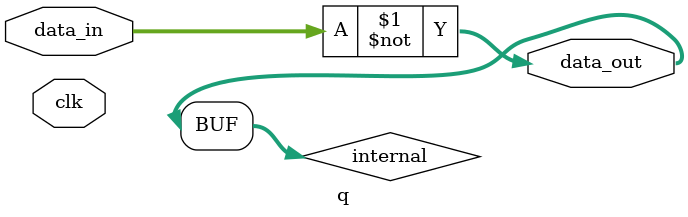
<source format=sv>
module q (
    input logic clk,
    input logic [7:0] data_in,
    output logic [7:0] data_out
);
    logic [7:0] internal;

    assign internal = ~data_in;
    assign data_out = internal;

endmodule

</source>
